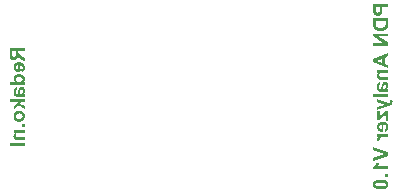
<source format=gbo>
G04*
G04 #@! TF.GenerationSoftware,Altium Limited,Altium Designer,22.4.2 (48)*
G04*
G04 Layer_Color=32896*
%FSLAX44Y44*%
%MOMM*%
G71*
G04*
G04 #@! TF.SameCoordinates,0052537D-BEB4-46D3-A19B-1C4CA2F22292*
G04*
G04*
G04 #@! TF.FilePolarity,Positive*
G04*
G01*
G75*
G36*
X-284886Y38866D02*
X-290225D01*
Y38034D01*
X-290198Y37771D01*
X-290184Y37549D01*
X-290156Y37368D01*
X-290128Y37230D01*
X-290101Y37133D01*
X-290087Y37063D01*
X-290073Y37049D01*
X-290017Y36897D01*
X-289934Y36758D01*
X-289851Y36620D01*
X-289754Y36509D01*
X-289671Y36411D01*
X-289615Y36328D01*
X-289560Y36287D01*
X-289546Y36273D01*
X-289463Y36190D01*
X-289352Y36106D01*
X-289227Y36009D01*
X-289088Y35898D01*
X-288783Y35676D01*
X-288464Y35441D01*
X-288159Y35233D01*
X-288034Y35136D01*
X-287909Y35066D01*
X-287812Y34997D01*
X-287743Y34941D01*
X-287687Y34914D01*
X-287674Y34900D01*
X-284886Y33028D01*
Y29935D01*
X-287369Y31502D01*
X-287646Y31669D01*
X-287882Y31835D01*
X-288117Y31987D01*
X-288325Y32126D01*
X-288520Y32251D01*
X-288686Y32376D01*
X-288839Y32487D01*
X-288977Y32584D01*
X-289088Y32667D01*
X-289185Y32750D01*
X-289268Y32819D01*
X-289338Y32875D01*
X-289379Y32917D01*
X-289421Y32944D01*
X-289449Y32972D01*
X-289657Y33180D01*
X-289865Y33416D01*
X-290045Y33652D01*
X-290198Y33874D01*
X-290336Y34068D01*
X-290433Y34220D01*
X-290475Y34276D01*
X-290489Y34317D01*
X-290517Y34345D01*
Y34359D01*
X-290572Y34054D01*
X-290641Y33763D01*
X-290725Y33499D01*
X-290808Y33249D01*
X-290905Y33014D01*
X-291002Y32806D01*
X-291099Y32625D01*
X-291210Y32459D01*
X-291307Y32306D01*
X-291404Y32182D01*
X-291487Y32071D01*
X-291557Y31974D01*
X-291626Y31904D01*
X-291668Y31863D01*
X-291695Y31835D01*
X-291709Y31821D01*
X-291890Y31669D01*
X-292084Y31544D01*
X-292278Y31433D01*
X-292486Y31336D01*
X-292680Y31252D01*
X-292874Y31183D01*
X-293263Y31086D01*
X-293429Y31044D01*
X-293595Y31017D01*
X-293734Y31003D01*
X-293859Y30989D01*
X-293956Y30975D01*
X-294025D01*
X-294081D01*
X-294095D01*
X-294511Y31003D01*
X-294885Y31058D01*
X-295232Y31155D01*
X-295523Y31252D01*
X-295648Y31308D01*
X-295773Y31363D01*
X-295870Y31405D01*
X-295953Y31460D01*
X-296022Y31488D01*
X-296064Y31516D01*
X-296092Y31544D01*
X-296106D01*
X-296411Y31765D01*
X-296674Y32015D01*
X-296882Y32251D01*
X-297062Y32487D01*
X-297187Y32709D01*
X-297229Y32792D01*
X-297271Y32875D01*
X-297298Y32944D01*
X-297326Y32986D01*
X-297340Y33014D01*
Y33028D01*
X-297395Y33208D01*
X-297451Y33416D01*
X-297506Y33652D01*
X-297534Y33887D01*
X-297603Y34373D01*
X-297645Y34872D01*
X-297659Y35094D01*
X-297673Y35316D01*
Y35510D01*
X-297687Y35676D01*
Y41446D01*
X-284886D01*
Y38866D01*
D02*
G37*
G36*
X-289102Y29255D02*
X-288755Y29228D01*
X-288436Y29186D01*
X-288131Y29130D01*
X-287854Y29061D01*
X-287590Y28978D01*
X-287341Y28895D01*
X-287119Y28812D01*
X-286925Y28728D01*
X-286744Y28645D01*
X-286606Y28562D01*
X-286481Y28493D01*
X-286370Y28437D01*
X-286301Y28396D01*
X-286259Y28368D01*
X-286245Y28354D01*
X-285968Y28118D01*
X-285732Y27868D01*
X-285524Y27591D01*
X-285344Y27314D01*
X-285191Y27009D01*
X-285066Y26717D01*
X-284955Y26426D01*
X-284872Y26135D01*
X-284803Y25858D01*
X-284761Y25608D01*
X-284720Y25372D01*
X-284706Y25178D01*
X-284692Y25012D01*
X-284678Y24887D01*
Y24776D01*
X-284692Y24499D01*
X-284706Y24235D01*
X-284747Y23972D01*
X-284789Y23736D01*
X-284844Y23514D01*
X-284900Y23306D01*
X-284955Y23112D01*
X-285025Y22931D01*
X-285094Y22779D01*
X-285149Y22640D01*
X-285205Y22515D01*
X-285261Y22418D01*
X-285302Y22335D01*
X-285344Y22280D01*
X-285358Y22252D01*
X-285371Y22238D01*
X-285510Y22058D01*
X-285663Y21877D01*
X-285996Y21572D01*
X-286328Y21309D01*
X-286661Y21101D01*
X-286814Y21017D01*
X-286966Y20948D01*
X-287091Y20879D01*
X-287202Y20823D01*
X-287299Y20796D01*
X-287369Y20768D01*
X-287410Y20740D01*
X-287424D01*
X-287840Y23181D01*
X-287590Y23264D01*
X-287382Y23361D01*
X-287202Y23458D01*
X-287063Y23569D01*
X-286952Y23653D01*
X-286869Y23722D01*
X-286828Y23777D01*
X-286814Y23791D01*
X-286717Y23944D01*
X-286633Y24110D01*
X-286578Y24263D01*
X-286550Y24415D01*
X-286523Y24554D01*
X-286509Y24651D01*
Y24748D01*
X-286523Y24901D01*
X-286536Y25053D01*
X-286606Y25331D01*
X-286703Y25580D01*
X-286814Y25788D01*
X-286911Y25955D01*
X-287008Y26079D01*
X-287077Y26149D01*
X-287105Y26163D01*
Y26177D01*
X-287355Y26371D01*
X-287632Y26509D01*
X-287923Y26607D01*
X-288201Y26676D01*
X-288436Y26717D01*
X-288547Y26731D01*
X-288644Y26745D01*
X-288714Y26759D01*
X-288783D01*
X-288811D01*
X-288825D01*
Y20615D01*
X-289338D01*
X-289809Y20657D01*
X-290253Y20712D01*
X-290669Y20782D01*
X-291044Y20865D01*
X-291376Y20962D01*
X-291695Y21059D01*
X-291973Y21170D01*
X-292209Y21281D01*
X-292417Y21392D01*
X-292597Y21489D01*
X-292749Y21586D01*
X-292860Y21655D01*
X-292930Y21711D01*
X-292985Y21753D01*
X-292999Y21766D01*
X-293235Y22002D01*
X-293457Y22252D01*
X-293637Y22515D01*
X-293790Y22779D01*
X-293928Y23056D01*
X-294039Y23320D01*
X-294122Y23583D01*
X-294206Y23847D01*
X-294261Y24083D01*
X-294303Y24304D01*
X-294330Y24512D01*
X-294344Y24679D01*
X-294358Y24831D01*
X-294372Y24928D01*
Y25025D01*
X-294358Y25358D01*
X-294317Y25691D01*
X-294247Y25996D01*
X-294164Y26274D01*
X-294067Y26551D01*
X-293956Y26801D01*
X-293831Y27036D01*
X-293720Y27244D01*
X-293595Y27425D01*
X-293471Y27591D01*
X-293360Y27744D01*
X-293263Y27855D01*
X-293179Y27952D01*
X-293110Y28021D01*
X-293068Y28063D01*
X-293055Y28077D01*
X-292805Y28285D01*
X-292528Y28465D01*
X-292236Y28631D01*
X-291945Y28770D01*
X-291640Y28881D01*
X-291335Y28978D01*
X-291044Y29061D01*
X-290766Y29117D01*
X-290489Y29172D01*
X-290253Y29200D01*
X-290017Y29228D01*
X-289823Y29255D01*
X-289671D01*
X-289546Y29269D01*
X-289477D01*
X-289449D01*
X-289102Y29255D01*
D02*
G37*
G36*
X-289144Y19145D02*
X-288741Y19104D01*
X-288367Y19048D01*
X-288020Y18979D01*
X-287701Y18896D01*
X-287396Y18799D01*
X-287133Y18701D01*
X-286883Y18591D01*
X-286675Y18480D01*
X-286481Y18383D01*
X-286328Y18285D01*
X-286190Y18202D01*
X-286093Y18133D01*
X-286009Y18064D01*
X-285968Y18036D01*
X-285954Y18022D01*
X-285732Y17800D01*
X-285538Y17578D01*
X-285358Y17342D01*
X-285219Y17120D01*
X-285094Y16885D01*
X-284983Y16663D01*
X-284900Y16441D01*
X-284844Y16233D01*
X-284789Y16039D01*
X-284747Y15859D01*
X-284720Y15692D01*
X-284692Y15553D01*
Y15442D01*
X-284678Y15359D01*
Y15290D01*
X-284692Y14999D01*
X-284734Y14721D01*
X-284803Y14458D01*
X-284872Y14222D01*
X-284928Y14028D01*
X-284997Y13875D01*
X-285025Y13820D01*
X-285039Y13764D01*
X-285053Y13750D01*
Y13737D01*
X-285219Y13459D01*
X-285399Y13196D01*
X-285607Y12974D01*
X-285801Y12766D01*
X-285968Y12613D01*
X-286120Y12488D01*
X-286162Y12447D01*
X-286203Y12419D01*
X-286231Y12391D01*
X-284886D01*
Y10117D01*
X-297687D01*
Y12572D01*
X-293068D01*
X-293304Y12794D01*
X-293498Y13016D01*
X-293679Y13237D01*
X-293817Y13473D01*
X-293942Y13695D01*
X-294053Y13917D01*
X-294136Y14139D01*
X-294206Y14347D01*
X-294261Y14541D01*
X-294303Y14707D01*
X-294330Y14860D01*
X-294358Y14999D01*
Y15110D01*
X-294372Y15193D01*
Y15262D01*
X-294358Y15567D01*
X-294317Y15872D01*
X-294261Y16150D01*
X-294178Y16413D01*
X-294081Y16663D01*
X-293984Y16885D01*
X-293873Y17107D01*
X-293762Y17301D01*
X-293637Y17467D01*
X-293526Y17620D01*
X-293429Y17759D01*
X-293332Y17869D01*
X-293249Y17953D01*
X-293193Y18008D01*
X-293152Y18050D01*
X-293138Y18064D01*
X-292902Y18258D01*
X-292638Y18424D01*
X-292361Y18577D01*
X-292070Y18701D01*
X-291765Y18799D01*
X-291474Y18896D01*
X-291182Y18965D01*
X-290891Y19021D01*
X-290628Y19062D01*
X-290364Y19104D01*
X-290142Y19131D01*
X-289948Y19145D01*
X-289782D01*
X-289671Y19159D01*
X-289587D01*
X-289560D01*
X-289144Y19145D01*
D02*
G37*
G36*
X-287188Y8328D02*
X-286980Y8300D01*
X-286786Y8273D01*
X-286606Y8217D01*
X-286259Y8078D01*
X-286120Y8009D01*
X-285982Y7926D01*
X-285857Y7856D01*
X-285746Y7787D01*
X-285663Y7718D01*
X-285579Y7648D01*
X-285524Y7593D01*
X-285482Y7565D01*
X-285455Y7537D01*
X-285441Y7524D01*
X-285302Y7357D01*
X-285191Y7191D01*
X-285094Y7010D01*
X-284997Y6816D01*
X-284858Y6442D01*
X-284775Y6081D01*
X-284747Y5915D01*
X-284720Y5762D01*
X-284706Y5624D01*
X-284692Y5499D01*
X-284678Y5402D01*
Y5263D01*
X-284692Y4958D01*
X-284720Y4681D01*
X-284775Y4417D01*
X-284831Y4195D01*
X-284886Y4001D01*
X-284942Y3862D01*
X-284955Y3807D01*
X-284969Y3765D01*
X-284983Y3751D01*
Y3738D01*
X-285108Y3474D01*
X-285261Y3224D01*
X-285413Y2989D01*
X-285552Y2794D01*
X-285690Y2628D01*
X-285801Y2503D01*
X-285871Y2420D01*
X-285898Y2392D01*
X-285871Y2378D01*
X-285829Y2365D01*
X-285732Y2337D01*
X-285649Y2323D01*
X-285621Y2309D01*
X-285607D01*
X-285441Y2254D01*
X-285288Y2212D01*
X-285163Y2157D01*
X-285066Y2129D01*
X-284983Y2101D01*
X-284928Y2073D01*
X-284900Y2059D01*
X-284886D01*
Y-367D01*
X-285122Y-257D01*
X-285358Y-159D01*
X-285566Y-76D01*
X-285746Y-21D01*
X-285898Y21D01*
X-286023Y49D01*
X-286093Y76D01*
X-286120D01*
X-286231Y90D01*
X-286370Y118D01*
X-286647Y146D01*
X-286952Y159D01*
X-287244Y173D01*
X-287507Y187D01*
X-287618D01*
X-287729D01*
X-287812D01*
X-287868D01*
X-287909D01*
X-287923D01*
X-290794Y146D01*
X-291085D01*
X-291349Y159D01*
X-291584Y173D01*
X-291806Y201D01*
X-292014Y229D01*
X-292195Y257D01*
X-292347Y284D01*
X-292486Y312D01*
X-292611Y340D01*
X-292708Y367D01*
X-292805Y395D01*
X-292874Y423D01*
X-292916Y451D01*
X-292957Y465D01*
X-292985Y478D01*
X-293193Y617D01*
X-293387Y797D01*
X-293554Y978D01*
X-293706Y1172D01*
X-293817Y1338D01*
X-293901Y1491D01*
X-293928Y1532D01*
X-293956Y1574D01*
X-293970Y1602D01*
Y1616D01*
X-294039Y1782D01*
X-294109Y1948D01*
X-294206Y2337D01*
X-294275Y2739D01*
X-294317Y3141D01*
X-294344Y3335D01*
X-294358Y3502D01*
Y3668D01*
X-294372Y3793D01*
Y4403D01*
X-294344Y4708D01*
X-294317Y4999D01*
X-294275Y5263D01*
X-294219Y5513D01*
X-294164Y5735D01*
X-294109Y5929D01*
X-294053Y6123D01*
X-293984Y6275D01*
X-293928Y6414D01*
X-293873Y6539D01*
X-293817Y6636D01*
X-293776Y6705D01*
X-293748Y6761D01*
X-293734Y6789D01*
X-293720Y6802D01*
X-293595Y6969D01*
X-293443Y7121D01*
X-293138Y7385D01*
X-292805Y7607D01*
X-292472Y7787D01*
X-292181Y7926D01*
X-292056Y7981D01*
X-291945Y8023D01*
X-291848Y8051D01*
X-291779Y8078D01*
X-291737Y8092D01*
X-291723D01*
X-291321Y5887D01*
X-291543Y5804D01*
X-291737Y5707D01*
X-291903Y5610D01*
X-292028Y5513D01*
X-292125Y5429D01*
X-292181Y5360D01*
X-292222Y5318D01*
X-292236Y5305D01*
X-292320Y5152D01*
X-292389Y4986D01*
X-292430Y4805D01*
X-292472Y4639D01*
X-292486Y4500D01*
X-292500Y4376D01*
Y4084D01*
X-292486Y3918D01*
X-292472Y3779D01*
X-292458Y3640D01*
X-292403Y3405D01*
X-292347Y3224D01*
X-292292Y3100D01*
X-292236Y3002D01*
X-292209Y2947D01*
X-292195Y2933D01*
X-292070Y2808D01*
X-291903Y2725D01*
X-291737Y2656D01*
X-291571Y2614D01*
X-291418Y2586D01*
X-291293Y2573D01*
X-291196D01*
X-291182D01*
X-291168D01*
X-290933D01*
X-290877Y2711D01*
X-290822Y2864D01*
X-290766Y3044D01*
X-290711Y3224D01*
X-290614Y3627D01*
X-290517Y4015D01*
X-290475Y4209D01*
X-290433Y4389D01*
X-290406Y4556D01*
X-290378Y4694D01*
X-290350Y4805D01*
X-290336Y4902D01*
X-290322Y4958D01*
Y4972D01*
X-290281Y5208D01*
X-290225Y5416D01*
X-290170Y5624D01*
X-290128Y5818D01*
X-290073Y5984D01*
X-290031Y6151D01*
X-289976Y6303D01*
X-289934Y6428D01*
X-289893Y6539D01*
X-289865Y6650D01*
X-289823Y6733D01*
X-289795Y6802D01*
X-289768Y6858D01*
X-289754Y6899D01*
X-289740Y6913D01*
Y6927D01*
X-289615Y7163D01*
X-289463Y7371D01*
X-289310Y7551D01*
X-289158Y7690D01*
X-289019Y7815D01*
X-288908Y7898D01*
X-288839Y7954D01*
X-288825Y7967D01*
X-288811D01*
X-288575Y8092D01*
X-288339Y8189D01*
X-288104Y8245D01*
X-287882Y8300D01*
X-287687Y8328D01*
X-287549Y8342D01*
X-287493D01*
X-287452D01*
X-287424D01*
X-287410D01*
X-287188Y8328D01*
D02*
G37*
G36*
X-284886Y-4611D02*
X-287854D01*
X-289047Y-5749D01*
X-284886Y-8078D01*
Y-10727D01*
X-290766Y-7329D01*
X-294164Y-10505D01*
Y-7482D01*
X-290891Y-4611D01*
X-297687D01*
Y-2157D01*
X-284886D01*
Y-4611D01*
D02*
G37*
G36*
X-289352Y-11643D02*
X-289074Y-11656D01*
X-288797Y-11684D01*
X-288547Y-11726D01*
X-288312Y-11767D01*
X-288090Y-11823D01*
X-287882Y-11878D01*
X-287687Y-11934D01*
X-287521Y-11989D01*
X-287369Y-12031D01*
X-287244Y-12086D01*
X-287133Y-12128D01*
X-287050Y-12170D01*
X-286994Y-12197D01*
X-286952Y-12225D01*
X-286939D01*
X-286550Y-12475D01*
X-286203Y-12752D01*
X-285912Y-13043D01*
X-285676Y-13321D01*
X-285496Y-13584D01*
X-285413Y-13681D01*
X-285358Y-13778D01*
X-285302Y-13862D01*
X-285274Y-13917D01*
X-285261Y-13959D01*
X-285247Y-13972D01*
X-285053Y-14402D01*
X-284914Y-14832D01*
X-284817Y-15248D01*
X-284747Y-15623D01*
X-284720Y-15789D01*
X-284706Y-15942D01*
X-284692Y-16067D01*
Y-16178D01*
X-284678Y-16275D01*
Y-16399D01*
X-284692Y-16774D01*
X-284734Y-17134D01*
X-284803Y-17481D01*
X-284900Y-17800D01*
X-284997Y-18105D01*
X-285108Y-18383D01*
X-285233Y-18646D01*
X-285371Y-18882D01*
X-285496Y-19090D01*
X-285621Y-19270D01*
X-285732Y-19437D01*
X-285843Y-19561D01*
X-285926Y-19672D01*
X-285996Y-19756D01*
X-286037Y-19797D01*
X-286051Y-19811D01*
X-286315Y-20047D01*
X-286606Y-20255D01*
X-286883Y-20435D01*
X-287188Y-20601D01*
X-287479Y-20726D01*
X-287771Y-20837D01*
X-288048Y-20934D01*
X-288325Y-21004D01*
X-288575Y-21059D01*
X-288811Y-21101D01*
X-289019Y-21128D01*
X-289199Y-21156D01*
X-289338D01*
X-289449Y-21170D01*
X-289518D01*
X-289546D01*
X-289934Y-21156D01*
X-290295Y-21115D01*
X-290641Y-21045D01*
X-290960Y-20962D01*
X-291266Y-20865D01*
X-291557Y-20740D01*
X-291820Y-20629D01*
X-292056Y-20505D01*
X-292264Y-20366D01*
X-292458Y-20255D01*
X-292611Y-20144D01*
X-292749Y-20033D01*
X-292860Y-19950D01*
X-292930Y-19880D01*
X-292985Y-19839D01*
X-292999Y-19825D01*
X-293235Y-19561D01*
X-293457Y-19298D01*
X-293637Y-19007D01*
X-293790Y-18715D01*
X-293928Y-18438D01*
X-294039Y-18147D01*
X-294122Y-17869D01*
X-294206Y-17606D01*
X-294261Y-17356D01*
X-294303Y-17121D01*
X-294330Y-16912D01*
X-294344Y-16732D01*
X-294358Y-16594D01*
X-294372Y-16483D01*
Y-16136D01*
X-294344Y-15886D01*
X-294275Y-15429D01*
X-294178Y-15013D01*
X-294122Y-14818D01*
X-294067Y-14638D01*
X-294011Y-14486D01*
X-293956Y-14347D01*
X-293901Y-14222D01*
X-293859Y-14111D01*
X-293817Y-14028D01*
X-293790Y-13972D01*
X-293776Y-13931D01*
X-293762Y-13917D01*
X-293512Y-13529D01*
X-293235Y-13196D01*
X-292944Y-12905D01*
X-292666Y-12655D01*
X-292417Y-12475D01*
X-292306Y-12391D01*
X-292209Y-12336D01*
X-292125Y-12294D01*
X-292070Y-12253D01*
X-292028Y-12239D01*
X-292014Y-12225D01*
X-291806Y-12114D01*
X-291584Y-12031D01*
X-291168Y-11878D01*
X-290766Y-11781D01*
X-290406Y-11698D01*
X-290239Y-11684D01*
X-290101Y-11656D01*
X-289962Y-11643D01*
X-289851D01*
X-289768Y-11629D01*
X-289698D01*
X-289657D01*
X-289643D01*
X-289352Y-11643D01*
D02*
G37*
G36*
X-284886Y-25553D02*
X-287341D01*
Y-23098D01*
X-284886D01*
Y-25553D01*
D02*
G37*
G36*
Y-30504D02*
X-289088D01*
X-289366D01*
X-289629Y-30517D01*
X-289865D01*
X-290073Y-30531D01*
X-290267Y-30545D01*
X-290447Y-30559D01*
X-290600Y-30573D01*
X-290739Y-30601D01*
X-290849Y-30615D01*
X-290947Y-30628D01*
X-291030Y-30642D01*
X-291099Y-30656D01*
X-291155Y-30670D01*
X-291182D01*
X-291210Y-30684D01*
X-291418Y-30767D01*
X-291598Y-30864D01*
X-291765Y-30975D01*
X-291890Y-31086D01*
X-292001Y-31197D01*
X-292070Y-31280D01*
X-292125Y-31336D01*
X-292139Y-31363D01*
X-292264Y-31558D01*
X-292347Y-31766D01*
X-292417Y-31960D01*
X-292458Y-32126D01*
X-292486Y-32293D01*
X-292500Y-32404D01*
Y-32515D01*
X-292486Y-32695D01*
X-292458Y-32847D01*
X-292417Y-32986D01*
X-292375Y-33111D01*
X-292333Y-33208D01*
X-292292Y-33291D01*
X-292264Y-33333D01*
X-292250Y-33347D01*
X-292153Y-33471D01*
X-292042Y-33582D01*
X-291917Y-33666D01*
X-291806Y-33735D01*
X-291709Y-33790D01*
X-291626Y-33832D01*
X-291571Y-33860D01*
X-291557D01*
X-291460Y-33888D01*
X-291349Y-33915D01*
X-291224Y-33943D01*
X-291071Y-33957D01*
X-290752Y-33984D01*
X-290420Y-34012D01*
X-290114D01*
X-289976Y-34026D01*
X-289865D01*
X-289754D01*
X-289685D01*
X-289629D01*
X-289615D01*
X-284886D01*
Y-36481D01*
X-290641D01*
X-291030D01*
X-291363Y-36453D01*
X-291640Y-36439D01*
X-291876Y-36411D01*
X-292056Y-36384D01*
X-292181Y-36370D01*
X-292264Y-36342D01*
X-292292D01*
X-292500Y-36287D01*
X-292694Y-36203D01*
X-292874Y-36134D01*
X-293027Y-36051D01*
X-293152Y-35968D01*
X-293235Y-35912D01*
X-293304Y-35871D01*
X-293318Y-35857D01*
X-293484Y-35718D01*
X-293623Y-35552D01*
X-293762Y-35385D01*
X-293859Y-35219D01*
X-293956Y-35080D01*
X-294011Y-34955D01*
X-294053Y-34872D01*
X-294067Y-34858D01*
Y-34844D01*
X-294164Y-34595D01*
X-294247Y-34331D01*
X-294303Y-34082D01*
X-294330Y-33860D01*
X-294358Y-33652D01*
X-294372Y-33499D01*
Y-33361D01*
X-294358Y-33028D01*
X-294303Y-32709D01*
X-294233Y-32404D01*
X-294122Y-32112D01*
X-294011Y-31849D01*
X-293873Y-31599D01*
X-293734Y-31363D01*
X-293582Y-31155D01*
X-293429Y-30961D01*
X-293290Y-30809D01*
X-293152Y-30656D01*
X-293041Y-30545D01*
X-292944Y-30448D01*
X-292860Y-30379D01*
X-292805Y-30337D01*
X-292791Y-30323D01*
X-294164D01*
Y-28049D01*
X-284886D01*
Y-30504D01*
D02*
G37*
G36*
Y-41446D02*
X-297687D01*
Y-38991D01*
X-284886D01*
Y-41446D01*
D02*
G37*
G36*
X22792Y75819D02*
X17966D01*
Y73822D01*
X17952Y73516D01*
Y73239D01*
X17938Y72976D01*
X17924Y72740D01*
X17910Y72518D01*
X17896Y72310D01*
X17869Y72130D01*
X17855Y71977D01*
X17841Y71838D01*
X17827Y71714D01*
X17813Y71616D01*
X17799Y71547D01*
Y71492D01*
X17786Y71464D01*
Y71450D01*
X17716Y71200D01*
X17633Y70951D01*
X17536Y70729D01*
X17439Y70535D01*
X17342Y70354D01*
X17258Y70230D01*
X17203Y70146D01*
X17189Y70132D01*
Y70119D01*
X16995Y69883D01*
X16787Y69661D01*
X16579Y69481D01*
X16385Y69314D01*
X16205Y69190D01*
X16052Y69106D01*
X15996Y69065D01*
X15955Y69037D01*
X15941Y69023D01*
X15927D01*
X15608Y68884D01*
X15275Y68773D01*
X14942Y68704D01*
X14637Y68649D01*
X14485Y68635D01*
X14360Y68621D01*
X14235Y68607D01*
X14138Y68593D01*
X14055D01*
X13999D01*
X13958D01*
X13944D01*
X13666Y68607D01*
X13389Y68621D01*
X13139Y68663D01*
X12904Y68704D01*
X12682Y68760D01*
X12474Y68829D01*
X12294Y68898D01*
X12113Y68968D01*
X11961Y69037D01*
X11836Y69106D01*
X11711Y69162D01*
X11614Y69231D01*
X11545Y69273D01*
X11489Y69314D01*
X11461Y69328D01*
X11448Y69342D01*
X11267Y69481D01*
X11115Y69633D01*
X10976Y69786D01*
X10837Y69952D01*
X10616Y70257D01*
X10449Y70549D01*
X10324Y70798D01*
X10283Y70909D01*
X10241Y71006D01*
X10213Y71076D01*
X10199Y71131D01*
X10186Y71173D01*
Y71186D01*
X10158Y71339D01*
X10116Y71519D01*
X10088Y71727D01*
X10075Y71963D01*
X10061Y72213D01*
X10033Y72462D01*
X10019Y72989D01*
X10005Y73239D01*
Y73461D01*
X9991Y73683D01*
Y78398D01*
X22792D01*
Y75819D01*
D02*
G37*
G36*
Y61354D02*
X22778Y61104D01*
X22764Y60868D01*
X22750Y60660D01*
X22736Y60452D01*
X22709Y60258D01*
X22681Y60092D01*
X22653Y59939D01*
X22639Y59801D01*
X22612Y59676D01*
X22584Y59565D01*
X22570Y59482D01*
X22556Y59412D01*
X22542Y59371D01*
X22529Y59343D01*
Y59329D01*
X22376Y58927D01*
X22209Y58566D01*
X22043Y58261D01*
X21877Y57998D01*
X21807Y57887D01*
X21738Y57790D01*
X21669Y57720D01*
X21613Y57651D01*
X21572Y57596D01*
X21530Y57554D01*
X21516Y57540D01*
X21502Y57526D01*
X21156Y57207D01*
X20781Y56930D01*
X20407Y56694D01*
X20046Y56500D01*
X19880Y56417D01*
X19727Y56347D01*
X19588Y56292D01*
X19477Y56236D01*
X19380Y56209D01*
X19297Y56181D01*
X19255Y56153D01*
X19242D01*
X18798Y56014D01*
X18340Y55917D01*
X17882Y55848D01*
X17453Y55806D01*
X17258Y55779D01*
X17078Y55765D01*
X16926D01*
X16787Y55751D01*
X16676D01*
X16593D01*
X16537D01*
X16523D01*
X16191D01*
X15872Y55765D01*
X15580Y55793D01*
X15289Y55820D01*
X15026Y55848D01*
X14776Y55890D01*
X14540Y55931D01*
X14332Y55959D01*
X14152Y56001D01*
X13986Y56042D01*
X13833Y56084D01*
X13722Y56112D01*
X13625Y56139D01*
X13556Y56167D01*
X13514Y56181D01*
X13500D01*
X13056Y56347D01*
X12654Y56542D01*
X12294Y56750D01*
X12141Y56847D01*
X12002Y56944D01*
X11864Y57041D01*
X11753Y57124D01*
X11656Y57207D01*
X11572Y57263D01*
X11503Y57318D01*
X11461Y57360D01*
X11434Y57387D01*
X11420Y57401D01*
X11129Y57720D01*
X10879Y58039D01*
X10671Y58358D01*
X10518Y58663D01*
X10394Y58927D01*
X10338Y59038D01*
X10310Y59135D01*
X10283Y59218D01*
X10255Y59274D01*
X10241Y59315D01*
Y59329D01*
X10199Y59496D01*
X10158Y59676D01*
X10102Y60064D01*
X10047Y60466D01*
X10019Y60855D01*
X10005Y61035D01*
Y61354D01*
X9991Y61493D01*
Y66471D01*
X22792D01*
Y61354D01*
D02*
G37*
G36*
Y51147D02*
X14388D01*
X22792Y45960D01*
Y43380D01*
X9991D01*
Y45766D01*
X18590D01*
X9991Y51036D01*
Y53532D01*
X22792D01*
Y51147D01*
D02*
G37*
G36*
Y34255D02*
X19880Y33187D01*
Y28070D01*
X22792Y26946D01*
Y24131D01*
X9991Y29262D01*
Y32008D01*
X22792Y36987D01*
Y34255D01*
D02*
G37*
G36*
Y20359D02*
X18590D01*
X18312D01*
X18049Y20345D01*
X17813D01*
X17605Y20331D01*
X17411Y20317D01*
X17231Y20303D01*
X17078Y20289D01*
X16940Y20262D01*
X16829Y20248D01*
X16731Y20234D01*
X16648Y20220D01*
X16579Y20206D01*
X16523Y20192D01*
X16496D01*
X16468Y20178D01*
X16260Y20095D01*
X16080Y19998D01*
X15913Y19887D01*
X15788Y19776D01*
X15677Y19665D01*
X15608Y19582D01*
X15553Y19527D01*
X15539Y19499D01*
X15414Y19305D01*
X15331Y19097D01*
X15261Y18903D01*
X15220Y18736D01*
X15192Y18570D01*
X15178Y18459D01*
Y18348D01*
X15192Y18168D01*
X15220Y18015D01*
X15261Y17876D01*
X15303Y17752D01*
X15345Y17655D01*
X15386Y17571D01*
X15414Y17530D01*
X15428Y17516D01*
X15525Y17391D01*
X15636Y17280D01*
X15761Y17197D01*
X15872Y17127D01*
X15969Y17072D01*
X16052Y17030D01*
X16107Y17003D01*
X16121D01*
X16218Y16975D01*
X16329Y16947D01*
X16454Y16919D01*
X16607Y16906D01*
X16926Y16878D01*
X17258Y16850D01*
X17564D01*
X17702Y16836D01*
X17813D01*
X17924D01*
X17994D01*
X18049D01*
X18063D01*
X22792D01*
Y14382D01*
X17037D01*
X16648D01*
X16315Y14409D01*
X16038Y14423D01*
X15802Y14451D01*
X15622Y14479D01*
X15497Y14492D01*
X15414Y14520D01*
X15386D01*
X15178Y14576D01*
X14984Y14659D01*
X14804Y14728D01*
X14651Y14812D01*
X14526Y14895D01*
X14443Y14950D01*
X14374Y14992D01*
X14360Y15006D01*
X14194Y15144D01*
X14055Y15311D01*
X13916Y15477D01*
X13819Y15644D01*
X13722Y15782D01*
X13666Y15907D01*
X13625Y15990D01*
X13611Y16004D01*
Y16018D01*
X13514Y16268D01*
X13431Y16531D01*
X13375Y16781D01*
X13348Y17003D01*
X13320Y17211D01*
X13306Y17363D01*
Y17502D01*
X13320Y17835D01*
X13375Y18154D01*
X13445Y18459D01*
X13556Y18750D01*
X13666Y19014D01*
X13805Y19263D01*
X13944Y19499D01*
X14096Y19707D01*
X14249Y19901D01*
X14388Y20054D01*
X14526Y20206D01*
X14637Y20317D01*
X14734Y20414D01*
X14818Y20484D01*
X14873Y20525D01*
X14887Y20539D01*
X13514D01*
Y22813D01*
X22792D01*
Y20359D01*
D02*
G37*
G36*
X20490Y12509D02*
X20698Y12482D01*
X20892Y12454D01*
X21072Y12398D01*
X21419Y12260D01*
X21558Y12190D01*
X21696Y12107D01*
X21821Y12038D01*
X21932Y11968D01*
X22015Y11899D01*
X22099Y11830D01*
X22154Y11774D01*
X22196Y11747D01*
X22223Y11719D01*
X22237Y11705D01*
X22376Y11538D01*
X22487Y11372D01*
X22584Y11192D01*
X22681Y10998D01*
X22820Y10623D01*
X22903Y10263D01*
X22931Y10096D01*
X22958Y9944D01*
X22972Y9805D01*
X22986Y9680D01*
X23000Y9583D01*
Y9444D01*
X22986Y9139D01*
X22958Y8862D01*
X22903Y8598D01*
X22847Y8377D01*
X22792Y8182D01*
X22736Y8044D01*
X22723Y7988D01*
X22709Y7947D01*
X22695Y7933D01*
Y7919D01*
X22570Y7655D01*
X22418Y7406D01*
X22265Y7170D01*
X22126Y6976D01*
X21988Y6809D01*
X21877Y6685D01*
X21807Y6601D01*
X21780Y6574D01*
X21807Y6560D01*
X21849Y6546D01*
X21946Y6518D01*
X22029Y6504D01*
X22057Y6490D01*
X22071D01*
X22237Y6435D01*
X22390Y6393D01*
X22515Y6338D01*
X22612Y6310D01*
X22695Y6282D01*
X22750Y6255D01*
X22778Y6241D01*
X22792D01*
Y3814D01*
X22556Y3925D01*
X22320Y4022D01*
X22112Y4105D01*
X21932Y4160D01*
X21780Y4202D01*
X21655Y4230D01*
X21585Y4258D01*
X21558D01*
X21447Y4272D01*
X21308Y4299D01*
X21031Y4327D01*
X20726Y4341D01*
X20434Y4355D01*
X20171Y4369D01*
X20060D01*
X19949D01*
X19866D01*
X19810D01*
X19769D01*
X19755D01*
X16884Y4327D01*
X16593D01*
X16329Y4341D01*
X16093Y4355D01*
X15872Y4382D01*
X15664Y4410D01*
X15483Y4438D01*
X15331Y4466D01*
X15192Y4493D01*
X15067Y4521D01*
X14970Y4549D01*
X14873Y4577D01*
X14804Y4604D01*
X14762Y4632D01*
X14720Y4646D01*
X14693Y4660D01*
X14485Y4798D01*
X14291Y4979D01*
X14124Y5159D01*
X13972Y5353D01*
X13861Y5520D01*
X13778Y5672D01*
X13750Y5714D01*
X13722Y5755D01*
X13708Y5783D01*
Y5797D01*
X13639Y5963D01*
X13570Y6130D01*
X13472Y6518D01*
X13403Y6920D01*
X13361Y7322D01*
X13334Y7517D01*
X13320Y7683D01*
Y7850D01*
X13306Y7974D01*
Y8585D01*
X13334Y8890D01*
X13361Y9181D01*
X13403Y9444D01*
X13458Y9694D01*
X13514Y9916D01*
X13570Y10110D01*
X13625Y10304D01*
X13694Y10457D01*
X13750Y10596D01*
X13805Y10720D01*
X13861Y10817D01*
X13902Y10887D01*
X13930Y10942D01*
X13944Y10970D01*
X13958Y10984D01*
X14083Y11150D01*
X14235Y11303D01*
X14540Y11566D01*
X14873Y11788D01*
X15206Y11968D01*
X15497Y12107D01*
X15622Y12163D01*
X15733Y12204D01*
X15830Y12232D01*
X15899Y12260D01*
X15941Y12274D01*
X15955D01*
X16357Y10069D01*
X16135Y9985D01*
X15941Y9888D01*
X15775Y9791D01*
X15650Y9694D01*
X15553Y9611D01*
X15497Y9542D01*
X15456Y9500D01*
X15442Y9486D01*
X15359Y9334D01*
X15289Y9167D01*
X15247Y8987D01*
X15206Y8820D01*
X15192Y8682D01*
X15178Y8557D01*
Y8266D01*
X15192Y8099D01*
X15206Y7961D01*
X15220Y7822D01*
X15275Y7586D01*
X15331Y7406D01*
X15386Y7281D01*
X15442Y7184D01*
X15469Y7128D01*
X15483Y7114D01*
X15608Y6990D01*
X15775Y6906D01*
X15941Y6837D01*
X16107Y6795D01*
X16260Y6768D01*
X16385Y6754D01*
X16482D01*
X16496D01*
X16510D01*
X16745D01*
X16801Y6893D01*
X16856Y7045D01*
X16912Y7225D01*
X16967Y7406D01*
X17064Y7808D01*
X17161Y8196D01*
X17203Y8390D01*
X17245Y8571D01*
X17272Y8737D01*
X17300Y8876D01*
X17328Y8987D01*
X17342Y9084D01*
X17356Y9139D01*
Y9153D01*
X17397Y9389D01*
X17453Y9597D01*
X17508Y9805D01*
X17550Y9999D01*
X17605Y10166D01*
X17647Y10332D01*
X17702Y10484D01*
X17744Y10609D01*
X17786Y10720D01*
X17813Y10831D01*
X17855Y10914D01*
X17882Y10984D01*
X17910Y11039D01*
X17924Y11081D01*
X17938Y11095D01*
Y11109D01*
X18063Y11344D01*
X18215Y11552D01*
X18368Y11733D01*
X18520Y11871D01*
X18659Y11996D01*
X18770Y12079D01*
X18839Y12135D01*
X18853Y12149D01*
X18867D01*
X19103Y12274D01*
X19339Y12371D01*
X19575Y12426D01*
X19796Y12482D01*
X19991Y12509D01*
X20129Y12523D01*
X20185D01*
X20226D01*
X20254D01*
X20268D01*
X20490Y12509D01*
D02*
G37*
G36*
X22792Y-527D02*
X9991D01*
Y1928D01*
X22792D01*
Y-527D01*
D02*
G37*
G36*
X22820Y-5381D02*
X23097Y-5298D01*
X23333Y-5201D01*
X23555Y-5090D01*
X23735Y-4993D01*
X23888Y-4895D01*
X23985Y-4826D01*
X24054Y-4771D01*
X24082Y-4757D01*
X24248Y-4590D01*
X24373Y-4396D01*
X24470Y-4174D01*
X24525Y-3980D01*
X24567Y-3786D01*
X24581Y-3634D01*
X24595Y-3578D01*
Y-3495D01*
X24581Y-3148D01*
X24553Y-2968D01*
X24525Y-2815D01*
X24512Y-2677D01*
X24484Y-2566D01*
X24470Y-2496D01*
Y-2468D01*
X26398Y-2690D01*
X26453Y-2940D01*
X26481Y-3190D01*
X26509Y-3412D01*
X26536Y-3634D01*
Y-3800D01*
X26550Y-3939D01*
Y-4063D01*
X26536Y-4327D01*
X26523Y-4563D01*
X26495Y-4771D01*
X26467Y-4951D01*
X26439Y-5103D01*
X26425Y-5214D01*
X26398Y-5284D01*
Y-5312D01*
X26342Y-5506D01*
X26273Y-5686D01*
X26204Y-5852D01*
X26134Y-5991D01*
X26079Y-6088D01*
X26023Y-6171D01*
X25996Y-6227D01*
X25982Y-6241D01*
X25871Y-6379D01*
X25760Y-6518D01*
X25649Y-6629D01*
X25538Y-6726D01*
X25441Y-6809D01*
X25358Y-6865D01*
X25302Y-6906D01*
X25288Y-6920D01*
X25108Y-7031D01*
X24914Y-7142D01*
X24706Y-7239D01*
X24512Y-7336D01*
X24331Y-7420D01*
X24193Y-7475D01*
X24137Y-7503D01*
X24096Y-7517D01*
X24068Y-7531D01*
X24054D01*
X22445Y-8127D01*
X13514Y-11400D01*
Y-8862D01*
X20115Y-6684D01*
X13514Y-4480D01*
Y-1872D01*
X22820Y-5381D01*
D02*
G37*
G36*
X22792Y-20262D02*
X20642D01*
Y-16337D01*
X20656Y-16157D01*
Y-15949D01*
X20670Y-15741D01*
X20684Y-15533D01*
Y-15366D01*
X20698Y-15297D01*
Y-15200D01*
X19353Y-16434D01*
X15247Y-19984D01*
X13514D01*
Y-12329D01*
X15553D01*
X15539Y-15588D01*
Y-15838D01*
X15525Y-16060D01*
Y-16254D01*
X15511Y-16420D01*
Y-16559D01*
X15497Y-16642D01*
Y-16725D01*
X15677Y-16545D01*
X15885Y-16351D01*
X16121Y-16143D01*
X16357Y-15935D01*
X16565Y-15741D01*
X16662Y-15657D01*
X16731Y-15588D01*
X16801Y-15533D01*
X16856Y-15491D01*
X16884Y-15463D01*
X16898Y-15449D01*
X20878Y-11982D01*
X22792D01*
Y-20262D01*
D02*
G37*
G36*
X18576Y-21219D02*
X18923Y-21246D01*
X19242Y-21288D01*
X19547Y-21343D01*
X19824Y-21413D01*
X20088Y-21496D01*
X20337Y-21579D01*
X20559Y-21662D01*
X20753Y-21746D01*
X20934Y-21829D01*
X21072Y-21912D01*
X21197Y-21981D01*
X21308Y-22037D01*
X21377Y-22078D01*
X21419Y-22106D01*
X21433Y-22120D01*
X21710Y-22356D01*
X21946Y-22606D01*
X22154Y-22883D01*
X22334Y-23160D01*
X22487Y-23465D01*
X22612Y-23756D01*
X22723Y-24048D01*
X22806Y-24339D01*
X22875Y-24616D01*
X22917Y-24866D01*
X22958Y-25102D01*
X22972Y-25296D01*
X22986Y-25462D01*
X23000Y-25587D01*
Y-25698D01*
X22986Y-25975D01*
X22972Y-26239D01*
X22931Y-26502D01*
X22889Y-26738D01*
X22834Y-26960D01*
X22778Y-27168D01*
X22723Y-27362D01*
X22653Y-27543D01*
X22584Y-27695D01*
X22529Y-27834D01*
X22473Y-27959D01*
X22418Y-28056D01*
X22376Y-28139D01*
X22334Y-28194D01*
X22320Y-28222D01*
X22307Y-28236D01*
X22168Y-28416D01*
X22015Y-28597D01*
X21683Y-28902D01*
X21350Y-29165D01*
X21017Y-29373D01*
X20864Y-29457D01*
X20712Y-29526D01*
X20587Y-29595D01*
X20476Y-29651D01*
X20379Y-29678D01*
X20310Y-29706D01*
X20268Y-29734D01*
X20254D01*
X19838Y-27293D01*
X20088Y-27210D01*
X20296Y-27113D01*
X20476Y-27016D01*
X20615Y-26905D01*
X20726Y-26821D01*
X20809Y-26752D01*
X20850Y-26697D01*
X20864Y-26683D01*
X20961Y-26530D01*
X21044Y-26364D01*
X21100Y-26211D01*
X21128Y-26059D01*
X21156Y-25920D01*
X21169Y-25823D01*
Y-25726D01*
X21156Y-25573D01*
X21142Y-25421D01*
X21072Y-25143D01*
X20975Y-24894D01*
X20864Y-24686D01*
X20767Y-24519D01*
X20670Y-24395D01*
X20601Y-24325D01*
X20573Y-24311D01*
Y-24297D01*
X20323Y-24103D01*
X20046Y-23965D01*
X19755Y-23867D01*
X19477Y-23798D01*
X19242Y-23756D01*
X19131Y-23743D01*
X19034Y-23729D01*
X18964Y-23715D01*
X18895D01*
X18867D01*
X18853D01*
Y-29859D01*
X18340D01*
X17869Y-29817D01*
X17425Y-29762D01*
X17009Y-29692D01*
X16634Y-29609D01*
X16301Y-29512D01*
X15983Y-29415D01*
X15705Y-29304D01*
X15469Y-29193D01*
X15261Y-29082D01*
X15081Y-28985D01*
X14929Y-28888D01*
X14818Y-28819D01*
X14748Y-28763D01*
X14693Y-28721D01*
X14679Y-28708D01*
X14443Y-28472D01*
X14221Y-28222D01*
X14041Y-27959D01*
X13888Y-27695D01*
X13750Y-27418D01*
X13639Y-27154D01*
X13556Y-26891D01*
X13472Y-26627D01*
X13417Y-26391D01*
X13375Y-26170D01*
X13348Y-25962D01*
X13334Y-25795D01*
X13320Y-25643D01*
X13306Y-25546D01*
Y-25449D01*
X13320Y-25116D01*
X13361Y-24783D01*
X13431Y-24478D01*
X13514Y-24200D01*
X13611Y-23923D01*
X13722Y-23673D01*
X13847Y-23438D01*
X13958Y-23229D01*
X14083Y-23049D01*
X14207Y-22883D01*
X14318Y-22730D01*
X14415Y-22619D01*
X14499Y-22522D01*
X14568Y-22453D01*
X14610Y-22411D01*
X14624Y-22397D01*
X14873Y-22189D01*
X15151Y-22009D01*
X15442Y-21843D01*
X15733Y-21704D01*
X16038Y-21593D01*
X16343Y-21496D01*
X16634Y-21413D01*
X16912Y-21357D01*
X17189Y-21302D01*
X17425Y-21274D01*
X17661Y-21246D01*
X17855Y-21219D01*
X18007D01*
X18132Y-21205D01*
X18202D01*
X18229D01*
X18576Y-21219D01*
D02*
G37*
G36*
X22792Y-34213D02*
X19935D01*
X19505D01*
X19117Y-34227D01*
X18770D01*
X18451Y-34241D01*
X18160Y-34255D01*
X17910Y-34269D01*
X17688Y-34297D01*
X17494Y-34310D01*
X17328Y-34324D01*
X17189Y-34352D01*
X17064Y-34366D01*
X16981Y-34380D01*
X16912Y-34394D01*
X16870D01*
X16842Y-34407D01*
X16829D01*
X16565Y-34491D01*
X16357Y-34588D01*
X16177Y-34685D01*
X16038Y-34768D01*
X15927Y-34851D01*
X15858Y-34921D01*
X15816Y-34962D01*
X15802Y-34976D01*
X15705Y-35115D01*
X15636Y-35267D01*
X15580Y-35406D01*
X15553Y-35545D01*
X15525Y-35670D01*
X15511Y-35767D01*
Y-35850D01*
X15525Y-36058D01*
X15567Y-36252D01*
X15636Y-36446D01*
X15705Y-36626D01*
X15788Y-36779D01*
X15844Y-36890D01*
X15899Y-36973D01*
X15913Y-37001D01*
X13778Y-37764D01*
X13625Y-37472D01*
X13500Y-37181D01*
X13417Y-36904D01*
X13361Y-36654D01*
X13334Y-36446D01*
X13320Y-36363D01*
X13306Y-36280D01*
Y-36141D01*
X13320Y-35919D01*
X13348Y-35725D01*
X13403Y-35545D01*
X13458Y-35378D01*
X13514Y-35253D01*
X13570Y-35156D01*
X13597Y-35101D01*
X13611Y-35073D01*
X13666Y-34990D01*
X13750Y-34893D01*
X13930Y-34713D01*
X14124Y-34546D01*
X14332Y-34380D01*
X14526Y-34241D01*
X14693Y-34130D01*
X14762Y-34088D01*
X14804Y-34061D01*
X14832Y-34047D01*
X14845Y-34033D01*
X13514D01*
Y-31759D01*
X22792D01*
Y-34213D01*
D02*
G37*
G36*
Y-47069D02*
Y-49843D01*
X9991Y-54420D01*
Y-51674D01*
X19463Y-48539D01*
X9991Y-45294D01*
Y-42507D01*
X22792Y-47069D01*
D02*
G37*
G36*
X15303Y-56181D02*
X15178Y-56500D01*
X15039Y-56819D01*
X14887Y-57110D01*
X14734Y-57387D01*
X14582Y-57651D01*
X14429Y-57887D01*
X14277Y-58109D01*
X14138Y-58317D01*
X13999Y-58483D01*
X13875Y-58649D01*
X13778Y-58774D01*
X13694Y-58871D01*
X13625Y-58955D01*
X13583Y-58996D01*
X13570Y-59010D01*
X22792D01*
Y-61465D01*
X9950D01*
Y-59468D01*
X10172Y-59384D01*
X10380Y-59287D01*
X10768Y-59052D01*
X11115Y-58802D01*
X11420Y-58538D01*
X11559Y-58414D01*
X11669Y-58303D01*
X11780Y-58206D01*
X11864Y-58109D01*
X11933Y-58039D01*
X11975Y-57984D01*
X12002Y-57942D01*
X12016Y-57928D01*
X12321Y-57512D01*
X12571Y-57124D01*
X12779Y-56777D01*
X12931Y-56472D01*
X13001Y-56333D01*
X13056Y-56209D01*
X13098Y-56111D01*
X13139Y-56014D01*
X13167Y-55945D01*
X13181Y-55890D01*
X13195Y-55862D01*
Y-55848D01*
X15428D01*
X15303Y-56181D01*
D02*
G37*
G36*
X22792Y-68108D02*
X20337D01*
Y-65653D01*
X22792D01*
Y-68108D01*
D02*
G37*
G36*
X17134Y-70105D02*
X17744Y-70146D01*
X18312Y-70202D01*
X18826Y-70271D01*
X19297Y-70354D01*
X19713Y-70451D01*
X20088Y-70549D01*
X20420Y-70659D01*
X20698Y-70770D01*
X20947Y-70868D01*
X21156Y-70965D01*
X21322Y-71048D01*
X21447Y-71117D01*
X21530Y-71186D01*
X21585Y-71214D01*
X21599Y-71228D01*
X21849Y-71450D01*
X22071Y-71686D01*
X22265Y-71935D01*
X22431Y-72185D01*
X22556Y-72435D01*
X22681Y-72684D01*
X22778Y-72920D01*
X22847Y-73156D01*
X22903Y-73378D01*
X22958Y-73586D01*
X22986Y-73766D01*
X23000Y-73932D01*
X23014Y-74057D01*
X23028Y-74154D01*
Y-74237D01*
X23014Y-74570D01*
X22972Y-74889D01*
X22903Y-75194D01*
X22820Y-75472D01*
X22723Y-75735D01*
X22612Y-75971D01*
X22501Y-76193D01*
X22376Y-76387D01*
X22251Y-76554D01*
X22140Y-76706D01*
X22029Y-76845D01*
X21932Y-76942D01*
X21849Y-77025D01*
X21780Y-77094D01*
X21738Y-77122D01*
X21724Y-77136D01*
X21405Y-77358D01*
X21044Y-77552D01*
X20642Y-77719D01*
X20240Y-77871D01*
X19810Y-77982D01*
X19367Y-78093D01*
X18937Y-78176D01*
X18507Y-78246D01*
X18104Y-78287D01*
X17730Y-78329D01*
X17383Y-78356D01*
X17092Y-78384D01*
X16953D01*
X16842D01*
X16745Y-78398D01*
X16648D01*
X16593D01*
X16537D01*
X16510D01*
X16496D01*
X15844Y-78384D01*
X15234Y-78343D01*
X14665Y-78287D01*
X14152Y-78204D01*
X13680Y-78107D01*
X13250Y-78010D01*
X12862Y-77885D01*
X12529Y-77774D01*
X12224Y-77663D01*
X11975Y-77552D01*
X11753Y-77441D01*
X11586Y-77344D01*
X11448Y-77261D01*
X11351Y-77205D01*
X11295Y-77164D01*
X11281Y-77150D01*
X11045Y-76942D01*
X10837Y-76720D01*
X10657Y-76484D01*
X10505Y-76248D01*
X10380Y-76013D01*
X10269Y-75763D01*
X10186Y-75527D01*
X10116Y-75305D01*
X10061Y-75083D01*
X10019Y-74875D01*
X9991Y-74695D01*
X9964Y-74543D01*
Y-74418D01*
X9950Y-74321D01*
Y-74237D01*
X9964Y-73905D01*
X10005Y-73586D01*
X10075Y-73281D01*
X10158Y-73003D01*
X10255Y-72740D01*
X10366Y-72504D01*
X10491Y-72282D01*
X10602Y-72088D01*
X10726Y-71922D01*
X10851Y-71769D01*
X10962Y-71644D01*
X11059Y-71533D01*
X11142Y-71450D01*
X11212Y-71395D01*
X11253Y-71353D01*
X11267Y-71339D01*
X11586Y-71117D01*
X11947Y-70923D01*
X12335Y-70757D01*
X12751Y-70618D01*
X13181Y-70493D01*
X13611Y-70396D01*
X14041Y-70313D01*
X14471Y-70243D01*
X14873Y-70202D01*
X15247Y-70160D01*
X15580Y-70132D01*
X15885Y-70105D01*
X16010D01*
X16121D01*
X16218Y-70091D01*
X16315D01*
X16371D01*
X16426D01*
X16454D01*
X16468D01*
X17134Y-70105D01*
D02*
G37*
%LPC*%
G36*
X-292264Y38866D02*
X-295523D01*
Y36093D01*
X-295509Y35898D01*
Y35566D01*
X-295495Y35427D01*
Y35219D01*
X-295481Y35149D01*
Y35038D01*
X-295468Y34983D01*
Y34969D01*
X-295412Y34747D01*
X-295343Y34539D01*
X-295273Y34373D01*
X-295176Y34234D01*
X-295107Y34123D01*
X-295038Y34054D01*
X-294982Y33998D01*
X-294968Y33984D01*
X-294802Y33874D01*
X-294636Y33790D01*
X-294469Y33721D01*
X-294303Y33679D01*
X-294150Y33652D01*
X-294039Y33638D01*
X-293956D01*
X-293942D01*
X-293928D01*
X-293720Y33652D01*
X-293526Y33679D01*
X-293360Y33721D01*
X-293221Y33763D01*
X-293110Y33818D01*
X-293027Y33860D01*
X-292971Y33887D01*
X-292957Y33901D01*
X-292819Y34012D01*
X-292708Y34123D01*
X-292611Y34248D01*
X-292541Y34373D01*
X-292486Y34470D01*
X-292444Y34553D01*
X-292430Y34609D01*
X-292417Y34636D01*
X-292389Y34733D01*
X-292361Y34872D01*
X-292347Y35025D01*
X-292333Y35191D01*
X-292306Y35566D01*
X-292278Y35968D01*
Y36342D01*
X-292264Y36509D01*
Y38866D01*
D02*
G37*
G36*
X-290322Y26717D02*
X-290683Y26704D01*
X-290988Y26648D01*
X-291266Y26565D01*
X-291487Y26468D01*
X-291668Y26371D01*
X-291793Y26288D01*
X-291876Y26232D01*
X-291903Y26204D01*
X-292014Y26107D01*
X-292098Y25996D01*
X-292250Y25788D01*
X-292361Y25566D01*
X-292430Y25358D01*
X-292472Y25164D01*
X-292486Y25025D01*
X-292500Y24970D01*
Y24887D01*
X-292472Y24623D01*
X-292417Y24374D01*
X-292320Y24152D01*
X-292222Y23972D01*
X-292111Y23819D01*
X-292014Y23708D01*
X-291959Y23639D01*
X-291931Y23611D01*
X-291709Y23431D01*
X-291446Y23306D01*
X-291182Y23209D01*
X-290919Y23139D01*
X-290683Y23098D01*
X-290586Y23084D01*
X-290503Y23070D01*
X-290420Y23056D01*
X-290364D01*
X-290336D01*
X-290322D01*
Y26717D01*
D02*
G37*
G36*
X-289490Y16649D02*
X-289587D01*
X-289657D01*
X-289712D01*
X-289726D01*
X-289976Y16635D01*
X-290212Y16621D01*
X-290433Y16594D01*
X-290628Y16552D01*
X-290808Y16510D01*
X-290988Y16469D01*
X-291141Y16413D01*
X-291279Y16358D01*
X-291390Y16302D01*
X-291501Y16247D01*
X-291584Y16205D01*
X-291668Y16164D01*
X-291723Y16122D01*
X-291765Y16094D01*
X-291779Y16066D01*
X-291793D01*
X-291917Y15956D01*
X-292028Y15831D01*
X-292125Y15720D01*
X-292209Y15595D01*
X-292333Y15345D01*
X-292417Y15123D01*
X-292458Y14915D01*
X-292486Y14749D01*
X-292500Y14693D01*
Y14610D01*
X-292486Y14444D01*
X-292472Y14291D01*
X-292389Y14000D01*
X-292278Y13750D01*
X-292153Y13542D01*
X-292014Y13362D01*
X-291903Y13237D01*
X-291820Y13168D01*
X-291806Y13140D01*
X-291793D01*
X-291654Y13043D01*
X-291487Y12946D01*
X-291141Y12807D01*
X-290752Y12696D01*
X-290378Y12627D01*
X-290198Y12599D01*
X-290031Y12586D01*
X-289879Y12572D01*
X-289754D01*
X-289643Y12558D01*
X-289560D01*
X-289504D01*
X-289490D01*
X-289227D01*
X-288977Y12586D01*
X-288755Y12613D01*
X-288547Y12655D01*
X-288353Y12696D01*
X-288173Y12752D01*
X-288006Y12794D01*
X-287868Y12849D01*
X-287743Y12904D01*
X-287632Y12960D01*
X-287535Y13016D01*
X-287466Y13057D01*
X-287410Y13099D01*
X-287355Y13126D01*
X-287341Y13140D01*
X-287327Y13154D01*
X-287202Y13265D01*
X-287091Y13390D01*
X-286994Y13515D01*
X-286925Y13626D01*
X-286786Y13875D01*
X-286703Y14097D01*
X-286661Y14291D01*
X-286633Y14458D01*
X-286620Y14513D01*
Y14597D01*
X-286633Y14791D01*
X-286661Y14971D01*
X-286703Y15137D01*
X-286772Y15304D01*
X-286925Y15581D01*
X-287105Y15817D01*
X-287271Y15997D01*
X-287424Y16136D01*
X-287493Y16178D01*
X-287535Y16219D01*
X-287563Y16233D01*
X-287577Y16247D01*
X-287715Y16316D01*
X-287854Y16386D01*
X-288201Y16483D01*
X-288547Y16552D01*
X-288908Y16594D01*
X-289060Y16621D01*
X-289227D01*
X-289366Y16635D01*
X-289490Y16649D01*
D02*
G37*
G36*
X-287590Y5887D02*
X-287646D01*
X-287674D01*
X-287854Y5873D01*
X-288020Y5818D01*
X-288173Y5735D01*
X-288298Y5651D01*
X-288395Y5568D01*
X-288478Y5485D01*
X-288520Y5429D01*
X-288533Y5416D01*
X-288575Y5346D01*
X-288617Y5263D01*
X-288686Y5069D01*
X-288755Y4847D01*
X-288825Y4625D01*
X-288866Y4417D01*
X-288908Y4251D01*
X-288936Y4181D01*
Y4126D01*
X-288950Y4098D01*
Y4084D01*
X-289033Y3724D01*
X-289102Y3419D01*
X-289171Y3155D01*
X-289227Y2947D01*
X-289268Y2781D01*
X-289310Y2670D01*
X-289324Y2600D01*
X-289338Y2573D01*
X-288839D01*
X-288533D01*
X-288284Y2586D01*
X-288076Y2600D01*
X-287909Y2614D01*
X-287798Y2642D01*
X-287715Y2656D01*
X-287660Y2670D01*
X-287646D01*
X-287479Y2739D01*
X-287327Y2822D01*
X-287188Y2919D01*
X-287063Y3030D01*
X-286966Y3113D01*
X-286897Y3197D01*
X-286855Y3252D01*
X-286842Y3266D01*
X-286703Y3488D01*
X-286592Y3710D01*
X-286523Y3932D01*
X-286467Y4126D01*
X-286439Y4292D01*
X-286425Y4417D01*
X-286412Y4500D01*
Y4528D01*
X-286425Y4736D01*
X-286467Y4930D01*
X-286536Y5097D01*
X-286606Y5249D01*
X-286661Y5360D01*
X-286730Y5443D01*
X-286772Y5499D01*
X-286786Y5513D01*
X-286939Y5638D01*
X-287077Y5735D01*
X-287230Y5790D01*
X-287369Y5846D01*
X-287493Y5873D01*
X-287590Y5887D01*
D02*
G37*
G36*
X-289379Y-14139D02*
X-289463D01*
X-289504D01*
X-289518D01*
X-289768Y-14153D01*
X-290004Y-14167D01*
X-290225Y-14194D01*
X-290433Y-14236D01*
X-290628Y-14291D01*
X-290794Y-14347D01*
X-290960Y-14402D01*
X-291099Y-14458D01*
X-291224Y-14513D01*
X-291335Y-14569D01*
X-291432Y-14624D01*
X-291501Y-14680D01*
X-291557Y-14721D01*
X-291612Y-14749D01*
X-291626Y-14777D01*
X-291640D01*
X-291765Y-14902D01*
X-291890Y-15040D01*
X-291987Y-15165D01*
X-292070Y-15304D01*
X-292195Y-15567D01*
X-292278Y-15831D01*
X-292333Y-16053D01*
X-292347Y-16150D01*
X-292361Y-16233D01*
X-292375Y-16288D01*
Y-16386D01*
X-292361Y-16566D01*
X-292347Y-16732D01*
X-292264Y-17037D01*
X-292139Y-17315D01*
X-292014Y-17550D01*
X-291876Y-17745D01*
X-291751Y-17883D01*
X-291709Y-17925D01*
X-291668Y-17967D01*
X-291654Y-17980D01*
X-291640Y-17994D01*
X-291501Y-18105D01*
X-291335Y-18216D01*
X-291002Y-18369D01*
X-290655Y-18493D01*
X-290309Y-18563D01*
X-290156Y-18591D01*
X-290004Y-18618D01*
X-289879Y-18632D01*
X-289754D01*
X-289671Y-18646D01*
X-289587D01*
X-289546D01*
X-289532D01*
X-289282D01*
X-289033Y-18618D01*
X-288811Y-18591D01*
X-288603Y-18549D01*
X-288423Y-18493D01*
X-288242Y-18438D01*
X-288076Y-18383D01*
X-287937Y-18327D01*
X-287812Y-18258D01*
X-287701Y-18202D01*
X-287604Y-18147D01*
X-287535Y-18091D01*
X-287479Y-18050D01*
X-287438Y-18022D01*
X-287410Y-18008D01*
X-287396Y-17994D01*
X-287271Y-17869D01*
X-287160Y-17745D01*
X-287063Y-17606D01*
X-286980Y-17467D01*
X-286855Y-17204D01*
X-286772Y-16940D01*
X-286717Y-16718D01*
X-286703Y-16621D01*
X-286689Y-16552D01*
X-286675Y-16483D01*
Y-16386D01*
X-286689Y-16205D01*
X-286703Y-16039D01*
X-286786Y-15734D01*
X-286897Y-15456D01*
X-287036Y-15221D01*
X-287174Y-15040D01*
X-287285Y-14888D01*
X-287327Y-14846D01*
X-287369Y-14805D01*
X-287382Y-14791D01*
X-287396Y-14777D01*
X-287535Y-14666D01*
X-287701Y-14569D01*
X-288034Y-14402D01*
X-288395Y-14291D01*
X-288728Y-14222D01*
X-288894Y-14194D01*
X-289047Y-14167D01*
X-289171Y-14153D01*
X-289296D01*
X-289379Y-14139D01*
D02*
G37*
G36*
X15802Y75819D02*
X12155D01*
Y74085D01*
X12169Y73877D01*
Y73697D01*
X12183Y73530D01*
Y73378D01*
X12197Y73239D01*
Y73114D01*
X12210Y73017D01*
X12224Y72934D01*
Y72865D01*
X12238Y72809D01*
X12252Y72740D01*
Y72712D01*
X12307Y72490D01*
X12391Y72282D01*
X12474Y72102D01*
X12571Y71963D01*
X12668Y71838D01*
X12751Y71741D01*
X12807Y71686D01*
X12821Y71672D01*
X13001Y71533D01*
X13195Y71436D01*
X13389Y71353D01*
X13570Y71311D01*
X13722Y71284D01*
X13861Y71256D01*
X13944D01*
X13958D01*
X13972D01*
X14180Y71270D01*
X14374Y71297D01*
X14540Y71353D01*
X14679Y71408D01*
X14804Y71464D01*
X14887Y71519D01*
X14956Y71547D01*
X14970Y71561D01*
X15123Y71672D01*
X15247Y71811D01*
X15359Y71949D01*
X15456Y72074D01*
X15525Y72185D01*
X15567Y72282D01*
X15594Y72338D01*
X15608Y72365D01*
X15636Y72476D01*
X15677Y72601D01*
X15691Y72740D01*
X15719Y72906D01*
X15761Y73239D01*
X15775Y73572D01*
X15788Y73891D01*
X15802Y74029D01*
Y75819D01*
D02*
G37*
G36*
X20628Y63892D02*
X12155D01*
Y62200D01*
X12169Y61964D01*
Y61742D01*
X12183Y61548D01*
X12197Y61368D01*
X12210Y61215D01*
Y61090D01*
X12224Y60965D01*
X12238Y60868D01*
X12252Y60785D01*
X12266Y60730D01*
Y60674D01*
X12280Y60647D01*
Y60619D01*
X12349Y60355D01*
X12446Y60120D01*
X12543Y59911D01*
X12640Y59745D01*
X12737Y59606D01*
X12821Y59496D01*
X12876Y59440D01*
X12890Y59412D01*
X13070Y59246D01*
X13264Y59093D01*
X13472Y58969D01*
X13666Y58871D01*
X13847Y58788D01*
X13999Y58719D01*
X14041Y58705D01*
X14083Y58691D01*
X14110Y58677D01*
X14124D01*
X14277Y58636D01*
X14443Y58594D01*
X14818Y58525D01*
X15192Y58483D01*
X15553Y58442D01*
X15733D01*
X15885Y58428D01*
X16024D01*
X16149Y58414D01*
X16260D01*
X16329D01*
X16385D01*
X16399D01*
X16662D01*
X16926Y58428D01*
X17161Y58442D01*
X17397Y58455D01*
X17605Y58469D01*
X17786Y58497D01*
X17966Y58525D01*
X18132Y58538D01*
X18271Y58566D01*
X18396Y58594D01*
X18493Y58622D01*
X18590Y58636D01*
X18659Y58650D01*
X18701Y58663D01*
X18728Y58677D01*
X18742D01*
X19047Y58788D01*
X19297Y58899D01*
X19505Y59010D01*
X19685Y59121D01*
X19810Y59204D01*
X19907Y59287D01*
X19963Y59343D01*
X19977Y59357D01*
X20101Y59523D01*
X20212Y59690D01*
X20310Y59870D01*
X20393Y60036D01*
X20448Y60175D01*
X20490Y60286D01*
X20504Y60369D01*
X20517Y60383D01*
Y60397D01*
X20531Y60494D01*
X20559Y60605D01*
X20587Y60841D01*
X20601Y61104D01*
X20615Y61368D01*
X20628Y61590D01*
Y63892D01*
D02*
G37*
G36*
X17716Y32397D02*
X12973Y30663D01*
X17716Y28888D01*
Y32397D01*
D02*
G37*
G36*
X20088Y10069D02*
X20032D01*
X20004D01*
X19824Y10055D01*
X19658Y9999D01*
X19505Y9916D01*
X19380Y9833D01*
X19283Y9750D01*
X19200Y9666D01*
X19158Y9611D01*
X19145Y9597D01*
X19103Y9528D01*
X19061Y9444D01*
X18992Y9250D01*
X18923Y9028D01*
X18853Y8806D01*
X18812Y8598D01*
X18770Y8432D01*
X18742Y8363D01*
Y8307D01*
X18728Y8280D01*
Y8266D01*
X18645Y7905D01*
X18576Y7600D01*
X18507Y7336D01*
X18451Y7128D01*
X18410Y6962D01*
X18368Y6851D01*
X18354Y6782D01*
X18340Y6754D01*
X18839D01*
X19145D01*
X19394Y6768D01*
X19602Y6782D01*
X19769Y6795D01*
X19880Y6823D01*
X19963Y6837D01*
X20018Y6851D01*
X20032D01*
X20199Y6920D01*
X20351Y7004D01*
X20490Y7101D01*
X20615Y7212D01*
X20712Y7295D01*
X20781Y7378D01*
X20823Y7434D01*
X20837Y7447D01*
X20975Y7669D01*
X21086Y7891D01*
X21156Y8113D01*
X21211Y8307D01*
X21239Y8474D01*
X21253Y8598D01*
X21266Y8682D01*
Y8709D01*
X21253Y8917D01*
X21211Y9112D01*
X21142Y9278D01*
X21072Y9431D01*
X21017Y9542D01*
X20947Y9625D01*
X20906Y9680D01*
X20892Y9694D01*
X20739Y9819D01*
X20601Y9916D01*
X20448Y9971D01*
X20310Y10027D01*
X20185Y10055D01*
X20088Y10069D01*
D02*
G37*
G36*
X17356Y-23756D02*
X16995Y-23770D01*
X16690Y-23826D01*
X16413Y-23909D01*
X16191Y-24006D01*
X16010Y-24103D01*
X15885Y-24186D01*
X15802Y-24242D01*
X15775Y-24270D01*
X15664Y-24367D01*
X15580Y-24478D01*
X15428Y-24686D01*
X15317Y-24908D01*
X15247Y-25116D01*
X15206Y-25310D01*
X15192Y-25449D01*
X15178Y-25504D01*
Y-25587D01*
X15206Y-25851D01*
X15261Y-26100D01*
X15359Y-26322D01*
X15456Y-26502D01*
X15567Y-26655D01*
X15664Y-26766D01*
X15719Y-26835D01*
X15747Y-26863D01*
X15969Y-27043D01*
X16232Y-27168D01*
X16496Y-27265D01*
X16759Y-27335D01*
X16995Y-27376D01*
X17092Y-27390D01*
X17175Y-27404D01*
X17258Y-27418D01*
X17314D01*
X17342D01*
X17356D01*
Y-23756D01*
D02*
G37*
G36*
X16856Y-72656D02*
X16704D01*
X16593D01*
X16523D01*
X16496D01*
X16093D01*
X15719Y-72670D01*
X15359Y-72684D01*
X15053Y-72698D01*
X14762Y-72712D01*
X14499Y-72740D01*
X14263Y-72754D01*
X14055Y-72781D01*
X13875Y-72809D01*
X13708Y-72823D01*
X13583Y-72851D01*
X13472Y-72864D01*
X13389Y-72878D01*
X13334Y-72892D01*
X13306Y-72906D01*
X13292D01*
X13043Y-72989D01*
X12821Y-73073D01*
X12654Y-73170D01*
X12515Y-73253D01*
X12405Y-73322D01*
X12335Y-73391D01*
X12294Y-73433D01*
X12280Y-73447D01*
X12183Y-73586D01*
X12113Y-73710D01*
X12058Y-73849D01*
X12030Y-73974D01*
X12002Y-74085D01*
X11989Y-74168D01*
Y-74237D01*
X12002Y-74404D01*
X12030Y-74543D01*
X12085Y-74681D01*
X12127Y-74806D01*
X12183Y-74889D01*
X12238Y-74973D01*
X12266Y-75014D01*
X12280Y-75028D01*
X12405Y-75153D01*
X12571Y-75264D01*
X12751Y-75361D01*
X12945Y-75444D01*
X13126Y-75513D01*
X13264Y-75555D01*
X13320Y-75569D01*
X13361Y-75583D01*
X13389Y-75597D01*
X13403D01*
X13583Y-75638D01*
X13778Y-75680D01*
X13999Y-75708D01*
X14249Y-75735D01*
X14748Y-75777D01*
X15261Y-75805D01*
X15511Y-75819D01*
X15733D01*
X15955Y-75832D01*
X16135D01*
X16288D01*
X16399D01*
X16468D01*
X16496D01*
X16898D01*
X17286Y-75819D01*
X17633Y-75805D01*
X17952Y-75791D01*
X18243Y-75777D01*
X18507Y-75749D01*
X18742Y-75721D01*
X18950Y-75708D01*
X19131Y-75680D01*
X19283Y-75652D01*
X19408Y-75624D01*
X19519Y-75610D01*
X19602Y-75597D01*
X19658Y-75583D01*
X19685Y-75569D01*
X19699D01*
X19949Y-75486D01*
X20171Y-75402D01*
X20337Y-75319D01*
X20476Y-75222D01*
X20587Y-75153D01*
X20656Y-75083D01*
X20698Y-75042D01*
X20712Y-75028D01*
X20809Y-74889D01*
X20878Y-74764D01*
X20920Y-74626D01*
X20947Y-74501D01*
X20975Y-74390D01*
X20989Y-74307D01*
Y-74237D01*
X20975Y-74071D01*
X20947Y-73932D01*
X20906Y-73794D01*
X20850Y-73683D01*
X20795Y-73586D01*
X20753Y-73502D01*
X20726Y-73461D01*
X20712Y-73447D01*
X20587Y-73322D01*
X20420Y-73211D01*
X20240Y-73114D01*
X20046Y-73031D01*
X19880Y-72962D01*
X19741Y-72920D01*
X19685Y-72906D01*
X19644Y-72892D01*
X19616Y-72878D01*
X19602D01*
X19422Y-72837D01*
X19228Y-72809D01*
X19006Y-72781D01*
X18756Y-72754D01*
X18243Y-72712D01*
X17730Y-72684D01*
X17480Y-72670D01*
X17258D01*
X17050D01*
X16856Y-72656D01*
D02*
G37*
%LPD*%
M02*

</source>
